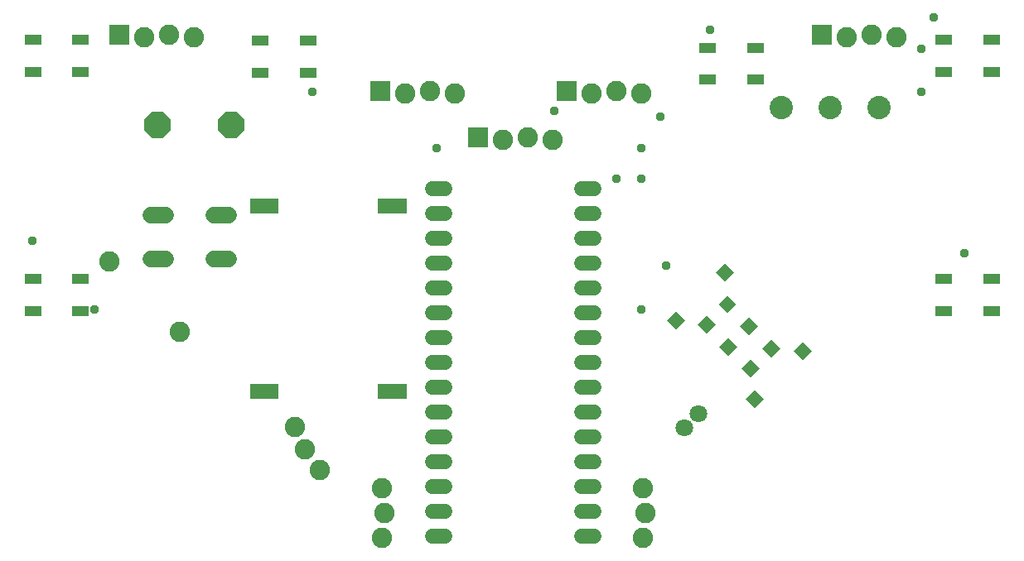
<source format=gts>
G75*
%MOIN*%
%OFA0B0*%
%FSLAX25Y25*%
%IPPOS*%
%LPD*%
%AMOC8*
5,1,8,0,0,1.08239X$1,22.5*
%
%ADD10R,0.06706X0.04343*%
%ADD11C,0.09400*%
%ADD12C,0.08200*%
%ADD13OC8,0.10800*%
%ADD14R,0.08200X0.08200*%
%ADD15C,0.05950*%
%ADD16C,0.06800*%
%ADD17R,0.05162X0.05162*%
%ADD18C,0.07099*%
%ADD19R,0.05950X0.05950*%
%ADD20C,0.03778*%
D10*
X0038854Y0120604D03*
X0038854Y0133596D03*
X0058146Y0133596D03*
X0058146Y0120604D03*
X0130454Y0216504D03*
X0149746Y0216504D03*
X0149746Y0229496D03*
X0130454Y0229496D03*
X0058146Y0229796D03*
X0058146Y0216804D03*
X0038854Y0216804D03*
X0038854Y0229796D03*
X0310454Y0226740D03*
X0329746Y0226740D03*
X0329746Y0213748D03*
X0310454Y0213748D03*
X0405354Y0216804D03*
X0405354Y0229796D03*
X0424646Y0229796D03*
X0424646Y0216804D03*
X0424646Y0133596D03*
X0424646Y0120604D03*
X0405354Y0120604D03*
X0405354Y0133596D03*
D11*
X0379485Y0202600D03*
X0359800Y0202600D03*
X0340115Y0202600D03*
D12*
X0366300Y0230800D03*
X0376300Y0231800D03*
X0386300Y0230800D03*
X0283800Y0208300D03*
X0273800Y0209300D03*
X0263800Y0208300D03*
X0247900Y0189500D03*
X0237900Y0190500D03*
X0227900Y0189500D03*
X0208800Y0208300D03*
X0198800Y0209300D03*
X0188800Y0208300D03*
X0103800Y0230800D03*
X0093800Y0231800D03*
X0083800Y0230800D03*
X0069658Y0140442D03*
X0097942Y0112158D03*
X0144233Y0074050D03*
X0148367Y0064890D03*
X0154233Y0056729D03*
X0179300Y0049400D03*
X0180300Y0039400D03*
X0179300Y0029400D03*
X0284300Y0029400D03*
X0285300Y0039400D03*
X0284300Y0049400D03*
D13*
X0118700Y0195500D03*
X0089100Y0195500D03*
D14*
X0073800Y0231800D03*
X0178800Y0209300D03*
X0217900Y0190500D03*
X0253800Y0209300D03*
X0356300Y0231800D03*
D15*
X0264775Y0169800D02*
X0259625Y0169800D01*
X0259625Y0159800D02*
X0264775Y0159800D01*
X0264775Y0149800D02*
X0259625Y0149800D01*
X0259625Y0139800D02*
X0264775Y0139800D01*
X0264775Y0129800D02*
X0259625Y0129800D01*
X0259625Y0119800D02*
X0264775Y0119800D01*
X0264775Y0109800D02*
X0259625Y0109800D01*
X0259625Y0099800D02*
X0264775Y0099800D01*
X0264775Y0089800D02*
X0259625Y0089800D01*
X0259625Y0079800D02*
X0264775Y0079800D01*
X0264775Y0069800D02*
X0259625Y0069800D01*
X0259625Y0059800D02*
X0264775Y0059800D01*
X0264775Y0049800D02*
X0259625Y0049800D01*
X0259625Y0039800D02*
X0264775Y0039800D01*
X0264775Y0029800D02*
X0259625Y0029800D01*
X0204775Y0029800D02*
X0199625Y0029800D01*
X0199625Y0039800D02*
X0204775Y0039800D01*
X0204775Y0049800D02*
X0199625Y0049800D01*
X0199625Y0059800D02*
X0204775Y0059800D01*
X0204775Y0069800D02*
X0199625Y0069800D01*
X0199625Y0079800D02*
X0204775Y0079800D01*
X0204775Y0089800D02*
X0199625Y0089800D01*
X0199625Y0099800D02*
X0204775Y0099800D01*
X0204775Y0109800D02*
X0199625Y0109800D01*
X0199625Y0119800D02*
X0204775Y0119800D01*
X0204775Y0129800D02*
X0199625Y0129800D01*
X0199625Y0139800D02*
X0204775Y0139800D01*
X0204775Y0149800D02*
X0199625Y0149800D01*
X0199625Y0159800D02*
X0204775Y0159800D01*
X0204775Y0169800D02*
X0199625Y0169800D01*
D16*
X0117800Y0159400D02*
X0111800Y0159400D01*
X0092200Y0159400D02*
X0086200Y0159400D01*
X0086200Y0141600D02*
X0092200Y0141600D01*
X0111800Y0141600D02*
X0117800Y0141600D01*
D17*
G36*
X0301201Y0116971D02*
X0297551Y0113321D01*
X0293901Y0116971D01*
X0297551Y0120621D01*
X0301201Y0116971D01*
G37*
G36*
X0313576Y0115203D02*
X0309926Y0111553D01*
X0306276Y0115203D01*
X0309926Y0118853D01*
X0313576Y0115203D01*
G37*
G36*
X0330688Y0114638D02*
X0327038Y0110988D01*
X0323388Y0114638D01*
X0327038Y0118288D01*
X0330688Y0114638D01*
G37*
G36*
X0339739Y0105728D02*
X0336089Y0102078D01*
X0332439Y0105728D01*
X0336089Y0109378D01*
X0339739Y0105728D01*
G37*
G36*
X0352466Y0104597D02*
X0348816Y0100947D01*
X0345166Y0104597D01*
X0348816Y0108247D01*
X0352466Y0104597D01*
G37*
G36*
X0331253Y0097526D02*
X0327603Y0093876D01*
X0323953Y0097526D01*
X0327603Y0101176D01*
X0331253Y0097526D01*
G37*
G36*
X0322414Y0106364D02*
X0318764Y0102714D01*
X0315114Y0106364D01*
X0318764Y0110014D01*
X0322414Y0106364D01*
G37*
G36*
X0321919Y0123406D02*
X0318269Y0119756D01*
X0314619Y0123406D01*
X0318269Y0127056D01*
X0321919Y0123406D01*
G37*
G36*
X0321000Y0136204D02*
X0317350Y0132554D01*
X0313700Y0136204D01*
X0317350Y0139854D01*
X0321000Y0136204D01*
G37*
G36*
X0333021Y0085151D02*
X0329371Y0081501D01*
X0325721Y0085151D01*
X0329371Y0088801D01*
X0333021Y0085151D01*
G37*
D18*
X0306584Y0079084D03*
X0301016Y0073516D03*
D19*
X0129312Y0088091D03*
X0134824Y0088091D03*
X0180769Y0088091D03*
X0186280Y0088091D03*
X0186280Y0162894D03*
X0180769Y0162894D03*
X0134824Y0162894D03*
X0129312Y0162894D03*
D20*
X0201300Y0186300D03*
X0248800Y0201300D03*
X0283800Y0186300D03*
X0291300Y0198800D03*
X0283800Y0173800D03*
X0273800Y0173800D03*
X0293800Y0138800D03*
X0283800Y0121300D03*
X0413800Y0143800D03*
X0396300Y0208800D03*
X0396300Y0226300D03*
X0401300Y0238800D03*
X0311300Y0233800D03*
X0151300Y0208800D03*
X0038800Y0148800D03*
X0063800Y0121300D03*
M02*

</source>
